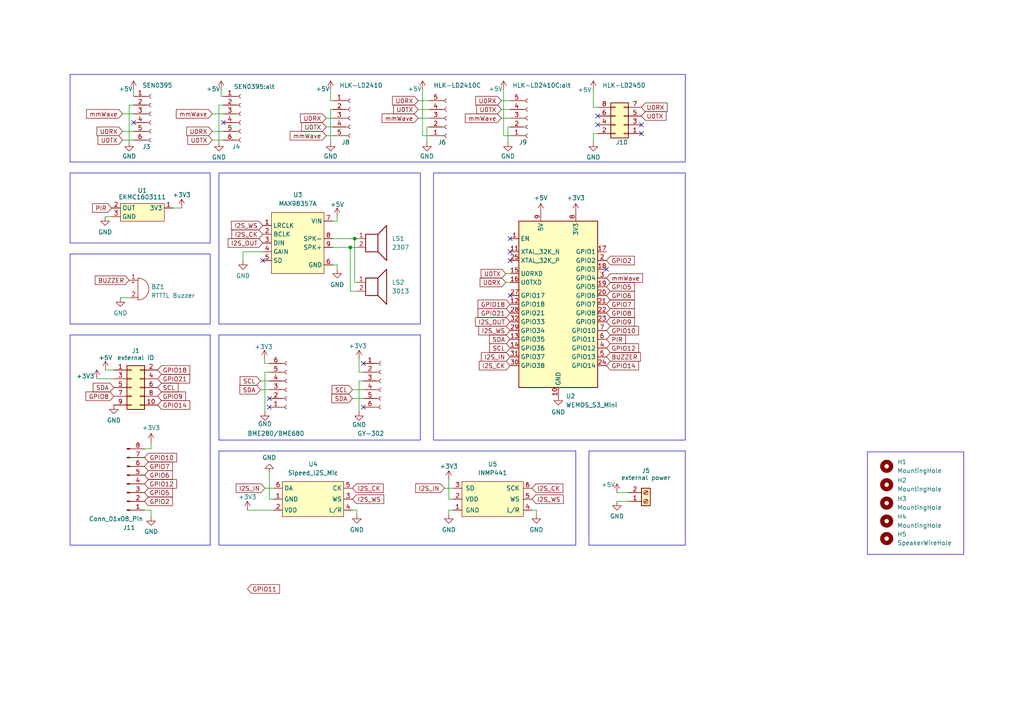
<source format=kicad_sch>
(kicad_sch (version 20230121) (generator eeschema)
  (paper "A4")
  (title_block (title "AIOsense") (date "2024-03-14") (rev "3.0.0-rc1") (company "Schluggi / Mourix") (comment 1 "https://github.com/Schluggi/AIOsense"))
  (lib_symbols
    (symbol "AIOsense:Adafruit_MAX98357A"
      (property "Reference" "U" (at 0 12.065 0))
      (property "Value" "MAX98357A" (at -0.635 10.16 0))
      (symbol "Adafruit_MAX98357A_1_1"
        (rectangle (start -7.62 8.89) (end 7.62 -8.89) (fill (type background)))
        (pin input line (at -10.16 5.08 0) (length 2.54) (name "LRCLK") (number "1"))
        (pin input line (at -10.16 2.54 0) (length 2.54) (name "BCLK") (number "2"))
        (pin input line (at -10.16 0 0) (length 2.54) (name "DIN") (number "3"))
        (pin input line (at -10.16 -2.54 0) (length 2.54) (name "GAIN") (number "4"))
        (pin input line (at -10.16 -5.08 0) (length 2.54) (name "SD") (number "5"))
        (pin power_in line (at 10.16 -6.35 180) (length 2.54) (name "GND") (number "6"))
        (pin power_in line (at 10.16 6.35 180) (length 2.54) (name "VIN") (number "7"))
        (pin output line (at 10.16 1.27 180) (length 2.54) (name "SPK-") (number "8"))
        (pin output line (at 10.16 -1.27 180) (length 2.54) (name "SPK+") (number "9"))
      )
    )
    (symbol "AIOsense:PIR_EKMC1603111"
      (property "Reference" "U" (at 0 5.715 0))
      (property "Value" "EKMC1603111" (at 0 3.81 0))
      (symbol "PIR_EKMC1603111_1_1"
        (rectangle (start -6.35 2.54) (end 6.35 -2.54) (fill (type background)))
        (pin power_in line (at 8.89 1.27 180) (length 2.54) (name "3V3") (number "1"))
        (pin output line (at -8.89 1.27 0) (length 2.54) (name "OUT") (number "2"))
        (pin power_in line (at -8.89 -1.27 0) (length 2.54) (name "GND") (number "3"))
      )
    )
    (symbol "AIOsense:Sipeed_I2S_Mic_alt"
      (property "Reference" "U" (at 0 8.255 0))
      (property "Value" "Sipeed_I2S_Mic_alt" (at 0 6.35 0))
      (symbol "Sipeed_I2S_Mic_alt_1_1"
        (rectangle (start -8.89 5.08) (end 8.89 -5.08) (fill (type background)))
        (pin power_in line (at -11.43 0 0) (length 2.54) (name "GND") (number "1"))
        (pin power_in line (at -11.43 -3.175 0) (length 2.54) (name "VDD") (number "2"))
        (pin input line (at 11.43 0 180) (length 2.54) (name "WS") (number "3"))
        (pin input line (at 11.43 -3.175 180) (length 2.54) (name "L/R") (number "4"))
        (pin input line (at 11.43 3.175 180) (length 2.54) (name "CK") (number "5"))
        (pin output line (at -11.43 3.175 0) (length 2.54) (name "DA") (number "6"))
      )
    )
    (symbol "AIOsense:WEMOS_S3_Mini"
      (property "Reference" "U" (at 2.54 -30.48 0))
      (property "Value" "WEMOS_S3_Mini" (at 2.54 -33.02 0))
      (symbol "WEMOS_S3_Mini_1_1"
        (rectangle (start -11.43 20.32) (end 11.43 -27.94) (stroke (width 0.254)) (fill (type background)))
        (pin input line (at -13.97 15.24 0) (length 2.54) (name "EN") (number "1"))
        (pin power_in line (at 0 -30.48 90) (length 2.54) (name "GND") (number "10"))
        (pin input line (at -13.97 11.43 0) (length 2.54) (name "XTAL_32K_N") (number "11"))
        (pin bidirectional line (at -13.97 -3.81 0) (length 2.54) (name "GPIO18") (number "12"))
        (pin bidirectional line (at -13.97 -13.97 0) (length 2.54) (name "GPIO35") (number "13"))
        (pin bidirectional line (at -13.97 -16.51 0) (length 2.54) (name "GPIO36") (number "14"))
        (pin input line (at -13.97 5.08 0) (length 2.54) (name "U0RXD") (number "15"))
        (pin output line (at -13.97 2.54 0) (length 2.54) (name "U0TXD") (number "16"))
        (pin bidirectional line (at 13.97 11.43 180) (length 2.54) (name "GPIO1") (number "17"))
        (pin bidirectional line (at 13.97 6.35 180) (length 2.54) (name "GPIO3") (number "18"))
        (pin bidirectional line (at 13.97 1.27 180) (length 2.54) (name "GPIO5") (number "19"))
        (pin bidirectional line (at 13.97 8.89 180) (length 2.54) (name "GPIO2") (number "2"))
        (pin bidirectional line (at 13.97 -1.27 180) (length 2.54) (name "GPIO6") (number "20"))
        (pin bidirectional line (at 13.97 -3.81 180) (length 2.54) (name "GPIO7") (number "21"))
        (pin bidirectional line (at 13.97 -6.35 180) (length 2.54) (name "GPIO8") (number "22"))
        (pin bidirectional line (at 13.97 -8.89 180) (length 2.54) (name "GPIO9") (number "23"))
        (pin bidirectional line (at 13.97 -21.59 180) (length 2.54) (name "GPIO14") (number "24"))
        (pin output line (at -13.97 8.89 0) (length 2.54) (name "XTAL_32K_P") (number "25"))
        (pin passive line (at 0 -30.48 90) (length 2.54) hide (name "GND") (number "26"))
        (pin bidirectional line (at -13.97 -1.27 0) (length 2.54) (name "GPIO17") (number "27"))
        (pin bidirectional line (at -13.97 -6.35 0) (length 2.54) (name "GPIO21") (number "28"))
        (pin bidirectional line (at -13.97 -11.43 0) (length 2.54) (name "GPIO34") (number "29"))
        (pin bidirectional line (at 13.97 3.81 180) (length 2.54) (name "GPIO4") (number "3"))
        (pin bidirectional line (at -13.97 -21.59 0) (length 2.54) (name "GPIO38") (number "30"))
        (pin bidirectional line (at -13.97 -19.05 0) (length 2.54) (name "GPIO37") (number "31"))
        (pin bidirectional line (at -13.97 -8.89 0) (length 2.54) (name "GPIO33") (number "32"))
        (pin bidirectional line (at 13.97 -16.51 180) (length 2.54) (name "GPIO12") (number "4"))
        (pin bidirectional line (at 13.97 -19.05 180) (length 2.54) (name "GPIO13") (number "5"))
        (pin bidirectional line (at 13.97 -13.97 180) (length 2.54) (name "GPIO11") (number "6"))
        (pin bidirectional line (at 13.97 -11.43 180) (length 2.54) (name "GPIO10") (number "7"))
        (pin power_out line (at 5.08 22.86 270) (length 2.54) (name "3V3") (number "8"))
        (pin power_out line (at -5.08 22.86 270) (length 2.54) (name "5V") (number "9"))
      )
    )
    (symbol "Connector:Conn_01x05_Female" (pin_names (offset 1.016) hide)
      (property "Reference" "J" (at 0 7.62 0))
      (property "Value" "Conn_01x05_Female" (at 0 -7.62 0))
      (symbol "Conn_01x05_Female_1_1"
        (arc (start 0 -4.572) (mid -0.5058 -5.08) (end 0 -5.588) (stroke (width 0.1524)))
        (arc (start 0 -2.032) (mid -0.5058 -2.54) (end 0 -3.048) (stroke (width 0.1524)))
        (polyline (pts (xy -1.27 -5.08) (xy -0.508 -5.08)) (stroke (width 0.1524)))
        (polyline (pts (xy -1.27 -2.54) (xy -0.508 -2.54)) (stroke (width 0.1524)))
        (polyline (pts (xy -1.27 0) (xy -0.508 0)) (stroke (width 0.1524)))
        (polyline (pts (xy -1.27 2.54) (xy -0.508 2.54)) (stroke (width 0.1524)))
        (polyline (pts (xy -1.27 5.08) (xy -0.508 5.08)) (stroke (width 0.1524)))
        (arc (start 0 0.508) (mid -0.5058 0) (end 0 -0.508) (stroke (width 0.1524)))
        (arc (start 0 3.048) (mid -0.5058 2.54) (end 0 2.032) (stroke (width 0.1524)))
        (arc (start 0 5.588) (mid -0.5058 5.08) (end 0 4.572) (stroke (width 0.1524)))
        (pin passive line (at -5.08 5.08 0) (length 3.81) (name "Pin_1") (number "1"))
        (pin passive line (at -5.08 2.54 0) (length 3.81) (name "Pin_2") (number "2"))
        (pin passive line (at -5.08 0 0) (length 3.81) (name "Pin_3") (number "3"))
        (pin passive line (at -5.08 -2.54 0) (length 3.81) (name "Pin_4") (number "4"))
        (pin passive line (at -5.08 -5.08 0) (length 3.81) (name "Pin_5") (number "5"))
      )
    )
    (symbol "Connector:Conn_01x06_Female" (pin_names (offset 1.016) hide)
      (property "Reference" "J" (at 0 7.62 0))
      (property "Value" "Conn_01x06_Female" (at 0 -10.16 0))
      (symbol "Conn_01x06_Female_1_1"
        (arc (start 0 -7.112) (mid -0.5058 -7.62) (end 0 -8.128) (stroke (width 0.1524)))
        (arc (start 0 -4.572) (mid -0.5058 -5.08) (end 0 -5.588) (stroke (width 0.1524)))
        (arc (start 0 -2.032) (mid -0.5058 -2.54) (end 0 -3.048) (stroke (width 0.1524)))
        (polyline (pts (xy -1.27 -7.62) (xy -0.508 -7.62)) (stroke (width 0.1524)))
        (polyline (pts (xy -1.27 -5.08) (xy -0.508 -5.08)) (stroke (width 0.1524)))
        (polyline (pts (xy -1.27 -2.54) (xy -0.508 -2.54)) (stroke (width 0.1524)))
        (polyline (pts (xy -1.27 0) (xy -0.508 0)) (stroke (width 0.1524)))
        (polyline (pts (xy -1.27 2.54) (xy -0.508 2.54)) (stroke (width 0.1524)))
        (polyline (pts (xy -1.27 5.08) (xy -0.508 5.08)) (stroke (width 0.1524)))
        (arc (start 0 0.508) (mid -0.5058 0) (end 0 -0.508) (stroke (width 0.1524)))
        (arc (start 0 3.048) (mid -0.5058 2.54) (end 0 2.032) (stroke (width 0.1524)))
        (arc (start 0 5.588) (mid -0.5058 5.08) (end 0 4.572) (stroke (width 0.1524)))
        (pin passive line (at -5.08 5.08 0) (length 3.81) (name "Pin_1") (number "1"))
        (pin passive line (at -5.08 2.54 0) (length 3.81) (name "Pin_2") (number "2"))
        (pin passive line (at -5.08 0 0) (length 3.81) (name "Pin_3") (number "3"))
        (pin passive line (at -5.08 -2.54 0) (length 3.81) (name "Pin_4") (number "4"))
        (pin passive line (at -5.08 -5.08 0) (length 3.81) (name "Pin_5") (number "5"))
        (pin passive line (at -5.08 -7.62 0) (length 3.81) (name "Pin_6") (number "6"))
      )
    )
    (symbol "Connector:Conn_01x08_Pin" (pin_names (offset 1.016) hide)
      (property "Reference" "J" (at 0 10.16 0))
      (property "Value" "Conn_01x08_Pin" (at 0 -12.7 0))
      (symbol "Conn_01x08_Pin_1_1"
        (polyline (pts (xy 1.27 -10.16) (xy 0.8636 -10.16)) (stroke (width 0.1524)))
        (polyline (pts (xy 1.27 -7.62) (xy 0.8636 -7.62)) (stroke (width 0.1524)))
        (polyline (pts (xy 1.27 -5.08) (xy 0.8636 -5.08)) (stroke (width 0.1524)))
        (polyline (pts (xy 1.27 -2.54) (xy 0.8636 -2.54)) (stroke (width 0.1524)))
        (polyline (pts (xy 1.27 0) (xy 0.8636 0)) (stroke (width 0.1524)))
        (polyline (pts (xy 1.27 2.54) (xy 0.8636 2.54)) (stroke (width 0.1524)))
        (polyline (pts (xy 1.27 5.08) (xy 0.8636 5.08)) (stroke (width 0.1524)))
        (polyline (pts (xy 1.27 7.62) (xy 0.8636 7.62)) (stroke (width 0.1524)))
        (rectangle (start 0.8636 -10.033) (end 0 -10.287) (stroke (width 0.1524)) (fill (type outline)))
        (rectangle (start 0.8636 -7.493) (end 0 -7.747) (stroke (width 0.1524)) (fill (type outline)))
        (rectangle (start 0.8636 -4.953) (end 0 -5.207) (stroke (width 0.1524)) (fill (type outline)))
        (rectangle (start 0.8636 -2.413) (end 0 -2.667) (stroke (width 0.1524)) (fill (type outline)))
        (rectangle (start 0.8636 0.127) (end 0 -0.127) (stroke (width 0.1524)) (fill (type outline)))
        (rectangle (start 0.8636 2.667) (end 0 2.413) (stroke (width 0.1524)) (fill (type outline)))
        (rectangle (start 0.8636 5.207) (end 0 4.953) (stroke (width 0.1524)) (fill (type outline)))
        (rectangle (start 0.8636 7.747) (end 0 7.493) (stroke (width 0.1524)) (fill (type outline)))
        (pin passive line (at 5.08 7.62 180) (length 3.81) (name "Pin_1") (number "1"))
        (pin passive line (at 5.08 5.08 180) (length 3.81) (name "Pin_2") (number "2"))
        (pin passive line (at 5.08 2.54 180) (length 3.81) (name "Pin_3") (number "3"))
        (pin passive line (at 5.08 0 180) (length 3.81) (name "Pin_4") (number "4"))
        (pin passive line (at 5.08 -2.54 180) (length 3.81) (name "Pin_5") (number "5"))
        (pin passive line (at 5.08 -5.08 180) (length 3.81) (name "Pin_6") (number "6"))
        (pin passive line (at 5.08 -7.62 180) (length 3.81) (name "Pin_7") (number "7"))
        (pin passive line (at 5.08 -10.16 180) (length 3.81) (name "Pin_8") (number "8"))
      )
    )
    (symbol "Connector:Screw_Terminal_01x02" (pin_names (offset 1.016) hide)
      (property "Reference" "J" (at 0 2.54 0))
      (property "Value" "Screw_Terminal_01x02" (at 0 -5.08 0))
      (symbol "Screw_Terminal_01x02_1_1"
        (rectangle (start -1.27 1.27) (end 1.27 -3.81) (stroke (width 0.254)) (fill (type background)))
        (circle (center 0 -2.54) (radius 0.635) (stroke (width 0.1524)))
        (polyline (pts (xy -0.5334 -2.2098) (xy 0.3302 -3.048)) (stroke (width 0.1524)))
        (polyline (pts (xy -0.5334 0.3302) (xy 0.3302 -0.508)) (stroke (width 0.1524)))
        (polyline (pts (xy -0.3556 -2.032) (xy 0.508 -2.8702)) (stroke (width 0.1524)))
        (polyline (pts (xy -0.3556 0.508) (xy 0.508 -0.3302)) (stroke (width 0.1524)))
        (circle (center 0 0) (radius 0.635) (stroke (width 0.1524)))
        (pin passive line (at -5.08 0 0) (length 3.81) (name "Pin_1") (number "1"))
        (pin passive line (at -5.08 -2.54 0) (length 3.81) (name "Pin_2") (number "2"))
      )
    )
    (symbol "Connector_Generic:Conn_02x04_Odd_Even" (pin_names (offset 1.016) hide)
      (property "Reference" "J" (at 1.27 5.08 0))
      (property "Value" "Conn_02x04_Odd_Even" (at 1.27 -7.62 0))
      (symbol "Conn_02x04_Odd_Even_1_1"
        (rectangle (start -1.27 -4.953) (end 0 -5.207) (stroke (width 0.1524)))
        (rectangle (start -1.27 -2.413) (end 0 -2.667) (stroke (width 0.1524)))
        (rectangle (start -1.27 0.127) (end 0 -0.127) (stroke (width 0.1524)))
        (rectangle (start -1.27 2.667) (end 0 2.413) (stroke (width 0.1524)))
        (rectangle (start -1.27 3.81) (end 3.81 -6.35) (stroke (width 0.254)) (fill (type background)))
        (rectangle (start 3.81 -4.953) (end 2.54 -5.207) (stroke (width 0.1524)))
        (rectangle (start 3.81 -2.413) (end 2.54 -2.667) (stroke (width 0.1524)))
        (rectangle (start 3.81 0.127) (end 2.54 -0.127) (stroke (width 0.1524)))
        (rectangle (start 3.81 2.667) (end 2.54 2.413) (stroke (width 0.1524)))
        (pin passive line (at -5.08 2.54 0) (length 3.81) (name "Pin_1") (number "1"))
        (pin passive line (at 7.62 2.54 180) (length 3.81) (name "Pin_2") (number "2"))
        (pin passive line (at -5.08 0 0) (length 3.81) (name "Pin_3") (number "3"))
        (pin passive line (at 7.62 0 180) (length 3.81) (name "Pin_4") (number "4"))
        (pin passive line (at -5.08 -2.54 0) (length 3.81) (name "Pin_5") (number "5"))
        (pin passive line (at 7.62 -2.54 180) (length 3.81) (name "Pin_6") (number "6"))
        (pin passive line (at -5.08 -5.08 0) (length 3.81) (name "Pin_7") (number "7"))
        (pin passive line (at 7.62 -5.08 180) (length 3.81) (name "Pin_8") (number "8"))
      )
    )
    (symbol "Connector_Generic:Conn_02x05_Odd_Even" (pin_names (offset 1.016) hide)
      (property "Reference" "J" (at 1.27 7.62 0))
      (property "Value" "Conn_02x05_Odd_Even" (at 1.27 -7.62 0))
      (symbol "Conn_02x05_Odd_Even_1_1"
        (rectangle (start -1.27 -4.953) (end 0 -5.207) (stroke (width 0.1524)))
        (rectangle (start -1.27 -2.413) (end 0 -2.667) (stroke (width 0.1524)))
        (rectangle (start -1.27 0.127) (end 0 -0.127) (stroke (width 0.1524)))
        (rectangle (start -1.27 2.667) (end 0 2.413) (stroke (width 0.1524)))
        (rectangle (start -1.27 5.207) (end 0 4.953) (stroke (width 0.1524)))
        (rectangle (start -1.27 6.35) (end 3.81 -6.35) (stroke (width 0.254)) (fill (type background)))
        (rectangle (start 3.81 -4.953) (end 2.54 -5.207) (stroke (width 0.1524)))
        (rectangle (start 3.81 -2.413) (end 2.54 -2.667) (stroke (width 0.1524)))
        (rectangle (start 3.81 0.127) (end 2.54 -0.127) (stroke (width 0.1524)))
        (rectangle (start 3.81 2.667) (end 2.54 2.413) (stroke (width 0.1524)))
        (rectangle (start 3.81 5.207) (end 2.54 4.953) (stroke (width 0.1524)))
        (pin passive line (at -5.08 5.08 0) (length 3.81) (name "Pin_1") (number "1"))
        (pin passive line (at 7.62 -5.08 180) (length 3.81) (name "Pin_10") (number "10"))
        (pin passive line (at 7.62 5.08 180) (length 3.81) (name "Pin_2") (number "2"))
        (pin passive line (at -5.08 2.54 0) (length 3.81) (name "Pin_3") (number "3"))
        (pin passive line (at 7.62 2.54 180) (length 3.81) (name "Pin_4") (number "4"))
        (pin passive line (at -5.08 0 0) (length 3.81) (name "Pin_5") (number "5"))
        (pin passive line (at 7.62 0 180) (length 3.81) (name "Pin_6") (number "6"))
        (pin passive line (at -5.08 -2.54 0) (length 3.81) (name "Pin_7") (number "7"))
        (pin passive line (at 7.62 -2.54 180) (length 3.81) (name "Pin_8") (number "8"))
        (pin passive line (at -5.08 -5.08 0) (length 3.81) (name "Pin_9") (number "9"))
      )
    )
    (symbol "Device:Buzzer" (pin_names (offset 0.0254) hide)
      (property "Reference" "BZ" (at 3.81 1.27 0))
      (property "Value" "Buzzer" (at 3.81 -1.27 0))
      (symbol "Buzzer_0_1"
        (arc (start 0 -3.175) (mid 3.1612 0) (end 0 3.175))
        (polyline (pts (xy -1.651 1.905) (xy -1.143 1.905)))
        (polyline (pts (xy -1.397 2.159) (xy -1.397 1.651)))
        (polyline (pts (xy 0 3.175) (xy 0 -3.175)))
      )
      (symbol "Buzzer_1_1"
        (pin passive line (at -2.54 2.54 0) (length 2.54) (name "-") (number "1"))
        (pin passive line (at -2.54 -2.54 0) (length 2.54) (name "+") (number "2"))
      )
    )
    (symbol "Device:Speaker" (pin_names (offset 0) hide)
      (property "Reference" "LS" (at 1.27 5.715 0))
      (property "Value" "Speaker" (at 1.27 3.81 0))
      (symbol "Speaker_0_0"
        (rectangle (start -2.54 1.27) (end 1.016 -3.81) (stroke (width 0.254)))
        (polyline (pts (xy 1.016 1.27) (xy 3.556 3.81) (xy 3.556 -6.35) (xy 1.016 -3.81)) (stroke (width 0.254)))
      )
      (symbol "Speaker_1_1"
        (pin input line (at -5.08 0 0) (length 2.54) (name "1") (number "1"))
        (pin input line (at -5.08 -2.54 0) (length 2.54) (name "2") (number "2"))
      )
    )
    (symbol "Mechanical:MountingHole" (pin_names (offset 1.016))
      (property "Reference" "H" (at 0 5.08 0))
      (property "Value" "MountingHole" (at 0 3.175 0))
      (symbol "MountingHole_0_1"
        (circle (center 0 0) (radius 1.27) (stroke (width 1.27)))
      )
    )
    (symbol "inmp441:INMP441" (pin_names (offset 1.016))
      (property "Reference" "U5" (at 0 -8.89 0))
      (property "Value" "INMP441" (at 0 -6.35 0))
      (symbol "INMP441_1_1"
        (rectangle (start -8.89 6.35) (end 8.89 -3.81) (fill (type background)))
        (pin power_out line (at 11.43 4.445 180) (length 2.54) (name "GND") (number "1"))
        (pin power_out line (at 11.43 1.27 180) (length 2.54) (name "VDD") (number "2"))
        (pin bidirectional line (at 11.43 -1.905 180) (length 2.54) (name "SD") (number "3"))
        (pin bidirectional line (at -11.43 4.445 0) (length 2.54) (name "L/R") (number "4"))
        (pin bidirectional line (at -11.43 1.27 0) (length 2.54) (name "WS") (number "5"))
        (pin bidirectional line (at -11.43 -1.905 0) (length 2.54) (name "SCK") (number "6"))
      )
    )
    (symbol "power:+3V3" (power) (pin_names (offset 0))
      (property "Value" "+3V3" (at 0 3.556 0))
      (symbol "+3V3_0_1"
        (polyline (pts (xy -0.762 1.27) (xy 0 2.54)))
        (polyline (pts (xy 0 0) (xy 0 2.54)))
        (polyline (pts (xy 0 2.54) (xy 0.762 1.27)))
      )
      (symbol "+3V3_1_1"
        (pin power_in line (at 0 0 90) (length 0) hide (name "+3V3") (number "1"))
      )
    )
    (symbol "power:+5V" (power) (pin_names (offset 0))
      (property "Value" "+5V" (at 0 3.556 0))
      (symbol "+5V_0_1"
        (polyline (pts (xy -0.762 1.27) (xy 0 2.54)))
        (polyline (pts (xy 0 0) (xy 0 2.54)))
        (polyline (pts (xy 0 2.54) (xy 0.762 1.27)))
      )
      (symbol "+5V_1_1"
        (pin power_in line (at 0 0 90) (length 0) hide (name "+5V") (number "1"))
      )
    )
    (symbol "power:GND" (power) (pin_names (offset 0))
      (property "Value" "GND" (at 0 -3.81 0))
      (symbol "GND_0_1"
        (polyline (pts (xy 0 0) (xy 0 -1.27) (xy 1.27 -1.27) (xy 0 -2.54) (xy -1.27 -1.27) (xy 0 -1.27)))
      )
      (symbol "GND_1_1"
        (pin power_in line (at 0 0 270) (length 0) hide (name "GND") (number "1"))
      )
    )
  )
  (junction (at 102.87 69.215))
  (junction (at 101.6 71.755))
  (no_connect (at 105.41 118.11))
  (no_connect (at 64.77 35.56))
  (no_connect (at 38.735 35.56))
  (no_connect (at 105.41 105.41))
  (no_connect (at 175.895 78.105))
  (no_connect (at 78.105 115.57))
  (no_connect (at 78.105 118.11))
  (no_connect (at 147.955 69.215))
  (no_connect (at 147.955 85.725))
  (no_connect (at 147.955 73.025))
  (no_connect (at 173.355 33.655))
  (no_connect (at 186.055 36.195))
  (no_connect (at 173.355 36.195))
  (no_connect (at 147.955 75.565))
  (no_connect (at 186.055 38.735))
  (no_connect (at 76.2 75.565))
  (wire (pts (xy 64.135 27.94) (xy 64.135 26.035)))
  (wire (pts (xy 102.235 113.03) (xy 105.41 113.03)))
  (polyline (pts (xy 63.5 127.635) (xy 121.92 127.635)))
  (wire (pts (xy 104.14 119.38) (xy 104.14 110.49)))
  (wire (pts (xy 76.835 141.605) (xy 79.375 141.605)))
  (wire (pts (xy 95.885 31.75) (xy 95.885 41.275)))
  (polyline (pts (xy 63.5 97.155) (xy 121.92 97.155)))
  (wire (pts (xy 130.175 139.065) (xy 130.175 144.78)))
  (wire (pts (xy 35.56 38.1) (xy 38.735 38.1)))
  (wire (pts (xy 146.05 26.035) (xy 146.05 39.37)))
  (wire (pts (xy 35.56 33.02) (xy 38.735 33.02)))
  (wire (pts (xy 43.815 130.175) (xy 41.91 130.175)))
  (wire (pts (xy 178.943 142.875) (xy 182.245 142.875)))
  (wire (pts (xy 128.905 141.605) (xy 131.445 141.605)))
  (wire (pts (xy 95.885 26.035) (xy 95.885 29.21)))
  (polyline (pts (xy 60.96 158.115) (xy 60.96 97.155)))
  (wire (pts (xy 96.52 71.755) (xy 101.6 71.755)))
  (polyline (pts (xy 63.5 130.81) (xy 63.5 158.115)))
  (polyline (pts (xy 170.815 158.115) (xy 198.755 158.115)))
  (polyline (pts (xy 20.32 158.115) (xy 60.96 158.115)))
  (wire (pts (xy 63.5 41.275) (xy 63.5 30.48)))
  (wire (pts (xy 123.825 36.83) (xy 123.825 41.275)))
  (wire (pts (xy 50.165 60.325) (xy 52.705 60.325)))
  (wire (pts (xy 96.52 64.135) (xy 97.79 64.135)))
  (wire (pts (xy 146.685 79.375) (xy 147.955 79.375)))
  (wire (pts (xy 147.32 41.275) (xy 147.32 36.83)))
  (polyline (pts (xy 170.815 130.81) (xy 170.815 158.115)))
  (wire (pts (xy 30.48 62.865) (xy 32.385 62.865)))
  (wire (pts (xy 101.6 71.755) (xy 103.505 71.755)))
  (polyline (pts (xy 167.005 130.81) (xy 63.5 130.81)))
  (polyline (pts (xy 63.5 97.155) (xy 63.5 127.635)))
  (wire (pts (xy 130.175 147.955) (xy 130.175 149.225)))
  (wire (pts (xy 61.595 38.1) (xy 64.77 38.1)))
  (wire (pts (xy 122.555 39.37) (xy 124.46 39.37)))
  (wire (pts (xy 70.485 75.565) (xy 70.485 73.025)))
  (wire (pts (xy 146.05 39.37) (xy 147.955 39.37)))
  (polyline (pts (xy 20.32 97.155) (xy 60.96 97.155)))
  (wire (pts (xy 63.5 30.48) (xy 64.77 30.48)))
  (wire (pts (xy 78.105 107.95) (xy 76.835 107.95)))
  (polyline (pts (xy 279.527 160.782) (xy 279.527 131.064)))
  (wire (pts (xy 95.885 29.21) (xy 96.52 29.21)))
  (polyline (pts (xy 251.587 131.064) (xy 279.527 131.064)))
  (wire (pts (xy 94.615 36.83) (xy 96.52 36.83)))
  (wire (pts (xy 172.085 38.735) (xy 172.085 41.275)))
  (wire (pts (xy 102.235 115.57) (xy 105.41 115.57)))
  (wire (pts (xy 145.415 29.21) (xy 147.955 29.21)))
  (wire (pts (xy 155.575 149.225) (xy 155.575 147.955)))
  (wire (pts (xy 61.595 33.02) (xy 64.77 33.02)))
  (wire (pts (xy 35.56 40.64) (xy 38.735 40.64)))
  (wire (pts (xy 121.285 34.29) (xy 124.46 34.29)))
  (wire (pts (xy 121.285 31.75) (xy 124.46 31.75)))
  (wire (pts (xy 38.735 26.035) (xy 38.735 27.94)))
  (wire (pts (xy 64.77 27.94) (xy 64.135 27.94)))
  (wire (pts (xy 101.6 71.755) (xy 101.6 84.455)))
  (wire (pts (xy 122.555 26.035) (xy 122.555 39.37)))
  (wire (pts (xy 147.32 36.83) (xy 147.955 36.83)))
  (wire (pts (xy 43.815 147.955) (xy 41.91 147.955)))
  (wire (pts (xy 103.505 147.955) (xy 102.235 147.955)))
  (wire (pts (xy 172.085 31.115) (xy 173.355 31.115)))
  (wire (pts (xy 145.415 31.75) (xy 147.955 31.75)))
  (wire (pts (xy 121.285 29.21) (xy 124.46 29.21)))
  (wire (pts (xy 37.465 30.48) (xy 37.465 41.275)))
  (polyline (pts (xy 251.587 131.064) (xy 251.587 160.782)))
  (wire (pts (xy 75.565 113.03) (xy 78.105 113.03)))
  (polyline (pts (xy 170.815 130.81) (xy 198.755 130.81)))
  (wire (pts (xy 75.565 110.49) (xy 78.105 110.49)))
  (wire (pts (xy 178.943 145.415) (xy 182.245 145.415)))
  (wire (pts (xy 76.708 104.14) (xy 76.708 105.41)))
  (wire (pts (xy 97.79 62.865) (xy 97.79 64.135)))
  (polyline (pts (xy 167.005 158.115) (xy 167.005 130.81)))
  (wire (pts (xy 102.87 69.215) (xy 103.505 69.215)))
  (wire (pts (xy 146.685 81.915) (xy 147.955 81.915)))
  (wire (pts (xy 95.885 31.75) (xy 96.52 31.75)))
  (polyline (pts (xy 20.32 97.155) (xy 20.32 158.115)))
  (polyline (pts (xy 251.587 160.782) (xy 279.527 160.782)))
  (wire (pts (xy 34.925 86.36) (xy 37.465 86.36)))
  (wire (pts (xy 123.825 36.83) (xy 124.46 36.83)))
  (wire (pts (xy 94.615 34.29) (xy 96.52 34.29)))
  (wire (pts (xy 104.14 107.95) (xy 105.41 107.95)))
  (wire (pts (xy 96.52 76.835) (xy 97.79 76.835)))
  (wire (pts (xy 76.708 105.41) (xy 78.105 105.41)))
  (wire (pts (xy 43.815 128.27) (xy 43.815 130.175)))
  (polyline (pts (xy 198.755 158.115) (xy 198.755 130.81)))
  (polyline (pts (xy 63.5 158.115) (xy 167.005 158.115)))
  (polyline (pts (xy 121.92 127.635) (xy 121.92 97.155)))
  (wire (pts (xy 37.465 30.48) (xy 38.735 30.48)))
  (wire (pts (xy 78.105 144.78) (xy 79.375 144.78)))
  (wire (pts (xy 130.175 144.78) (xy 131.445 144.78)))
  (wire (pts (xy 172.085 26.035) (xy 172.085 31.115)))
  (wire (pts (xy 30.607 107.315) (xy 33.02 107.315)))
  (wire (pts (xy 97.79 76.835) (xy 97.79 78.105)))
  (wire (pts (xy 145.415 34.29) (xy 147.955 34.29)))
  (wire (pts (xy 103.505 81.915) (xy 102.87 81.915)))
  (wire (pts (xy 78.105 137.16) (xy 78.105 144.78)))
  (wire (pts (xy 76.835 107.95) (xy 76.835 119.38)))
  (wire (pts (xy 104.14 110.49) (xy 105.41 110.49)))
  (wire (pts (xy 172.085 38.735) (xy 173.355 38.735)))
  (wire (pts (xy 131.445 147.955) (xy 130.175 147.955)))
  (wire (pts (xy 94.615 39.37) (xy 96.52 39.37)))
  (wire (pts (xy 71.755 147.955) (xy 79.375 147.955)))
  (wire (pts (xy 28.067 109.855) (xy 33.02 109.855)))
  (wire (pts (xy 103.505 84.455) (xy 101.6 84.455)))
  (wire (pts (xy 70.485 73.025) (xy 76.2 73.025)))
  (wire (pts (xy 104.14 104.14) (xy 104.14 107.95)))
  (wire (pts (xy 155.575 147.955) (xy 154.305 147.955)))
  (wire (pts (xy 96.52 69.215) (xy 102.87 69.215)))
  (wire (pts (xy 43.815 149.86) (xy 43.815 147.955)))
  (wire (pts (xy 103.505 149.225) (xy 103.505 147.955)))
  (wire (pts (xy 61.595 40.64) (xy 64.77 40.64)))
  (wire (pts (xy 102.87 69.215) (xy 102.87 81.915)))
  (rectangle (start 125.73 50.165) (end 198.755 127.635))
  (rectangle (start 63.5 50.165) (end 121.92 93.98))
  (rectangle (start 20.32 50.165) (end 60.96 70.485))
  (rectangle (start 20.32 21.59) (end 198.755 46.99))
  (rectangle (start 20.32 73.66) (end 60.96 93.98))
  (global_label "U0TX" (shape input) (at 61.595 40.64 180) (property "Intersheetrefs" "${INTERSHEET_REFS}" (effects hide)))
  (global_label "SDA" (shape input) (at 33.02 112.395 180) (property "Intersheetrefs" "${INTERSHEET_REFS}" (effects hide)))
  (global_label "I2S_WS" (shape input) (at 102.235 144.78 0) (property "Intersheetrefs" "${INTERSHEET_REFS}" (effects hide)))
  (global_label "GPIO5" (shape input) (at 41.91 142.875 0) (property "Intersheetrefs" "${INTERSHEET_REFS}" (effects hide)))
  (global_label "GPIO6" (shape input) (at 175.895 85.725 0) (property "Intersheetrefs" "${INTERSHEET_REFS}" (effects hide)))
  (global_label "I2S_IN" (shape input) (at 147.955 103.505 180) (property "Intersheetrefs" "${INTERSHEET_REFS}" (effects hide)))
  (global_label "mmWave" (shape input) (at 175.895 80.645 0) (property "Intersheetrefs" "${INTERSHEET_REFS}" (effects hide)))
  (global_label "U0RX" (shape input) (at 145.415 29.21 180) (property "Intersheetrefs" "${INTERSHEET_REFS}" (effects hide)))
  (global_label "mmWave" (shape input) (at 121.285 34.29 180) (property "Intersheetrefs" "${INTERSHEET_REFS}" (effects hide)))
  (global_label "I2S_WS" (shape input) (at 147.955 95.885 180) (property "Intersheetrefs" "${INTERSHEET_REFS}" (effects hide)))
  (global_label "SCL" (shape input) (at 102.235 113.03 180) (property "Intersheetrefs" "${INTERSHEET_REFS}" (effects hide)))
  (global_label "SDA" (shape input) (at 147.955 98.425 180) (property "Intersheetrefs" "${INTERSHEET_REFS}" (effects hide)))
  (global_label "I2S_WS" (shape input) (at 76.2 65.405 180) (property "Intersheetrefs" "${INTERSHEET_REFS}" (effects hide)))
  (global_label "I2S_WS" (shape input) (at 154.305 144.78 0) (property "Intersheetrefs" "${INTERSHEET_REFS}" (effects hide)))
  (global_label "SCL" (shape input) (at 45.72 112.395 0) (property "Intersheetrefs" "${INTERSHEET_REFS}" (effects hide)))
  (global_label "I2S_CK" (shape input) (at 154.305 141.605 0) (property "Intersheetrefs" "${INTERSHEET_REFS}" (effects hide)))
  (global_label "U0RX" (shape input) (at 186.055 31.115 0) (property "Intersheetrefs" "${INTERSHEET_REFS}" (effects hide)))
  (global_label "BUZZER" (shape input) (at 175.895 103.505 0) (property "Intersheetrefs" "${INTERSHEET_REFS}" (effects hide)))
  (global_label "mmWave" (shape input) (at 61.595 33.02 180) (property "Intersheetrefs" "${INTERSHEET_REFS}" (effects hide)))
  (global_label "SCL" (shape input) (at 75.565 110.49 180) (property "Intersheetrefs" "${INTERSHEET_REFS}" (effects hide)))
  (global_label "U0TX" (shape input) (at 186.055 33.655 0) (property "Intersheetrefs" "${INTERSHEET_REFS}" (effects hide)))
  (global_label "I2S_OUT" (shape input) (at 147.955 93.345 180) (property "Intersheetrefs" "${INTERSHEET_REFS}" (effects hide)))
  (global_label "GPIO21" (shape input) (at 147.955 90.805 180) (property "Intersheetrefs" "${INTERSHEET_REFS}" (effects hide)))
  (global_label "I2S_IN" (shape input) (at 128.905 141.605 180) (property "Intersheetrefs" "${INTERSHEET_REFS}" (effects hide)))
  (global_label "U0RX" (shape input) (at 146.685 81.915 180) (property "Intersheetrefs" "${INTERSHEET_REFS}" (effects hide)))
  (global_label "GPIO9" (shape input) (at 175.895 93.345 0) (property "Intersheetrefs" "${INTERSHEET_REFS}" (effects hide)))
  (global_label "GPIO8" (shape input) (at 175.895 90.805 0) (property "Intersheetrefs" "${INTERSHEET_REFS}" (effects hide)))
  (global_label "I2S_IN" (shape input) (at 76.835 141.605 180) (property "Intersheetrefs" "${INTERSHEET_REFS}" (effects hide)))
  (global_label "I2S_OUT" (shape input) (at 76.2 70.485 180) (property "Intersheetrefs" "${INTERSHEET_REFS}" (effects hide)))
  (global_label "U0TX" (shape input) (at 35.56 40.64 180) (property "Intersheetrefs" "${INTERSHEET_REFS}" (effects hide)))
  (global_label "GPIO5" (shape input) (at 175.895 83.185 0) (property "Intersheetrefs" "${INTERSHEET_REFS}" (effects hide)))
  (global_label "U0RX" (shape input) (at 94.615 34.29 180) (property "Intersheetrefs" "${INTERSHEET_REFS}" (effects hide)))
  (global_label "U0TX" (shape input) (at 146.685 79.375 180) (property "Intersheetrefs" "${INTERSHEET_REFS}" (effects hide)))
  (global_label "GPIO10" (shape input) (at 41.91 132.715 0) (property "Intersheetrefs" "${INTERSHEET_REFS}" (effects hide)))
  (global_label "GPIO7" (shape input) (at 175.895 88.265 0) (property "Intersheetrefs" "${INTERSHEET_REFS}" (effects hide)))
  (global_label "GPIO2" (shape input) (at 175.895 75.565 0) (property "Intersheetrefs" "${INTERSHEET_REFS}" (effects hide)))
  (global_label "U0TX" (shape input) (at 94.615 36.83 180) (property "Intersheetrefs" "${INTERSHEET_REFS}" (effects hide)))
  (global_label "SCL" (shape input) (at 147.955 100.965 180) (property "Intersheetrefs" "${INTERSHEET_REFS}" (effects hide)))
  (global_label "GPIO18" (shape input) (at 45.72 107.315 0) (property "Intersheetrefs" "${INTERSHEET_REFS}" (effects hide)))
  (global_label "GPIO11" (shape input) (at 71.755 170.815 0) (property "Intersheetrefs" "${INTERSHEET_REFS}" (effects hide)))
  (global_label "PIR" (shape input) (at 32.385 60.325 180) (property "Intersheetrefs" "${INTERSHEET_REFS}" (effects hide)))
  (global_label "GPIO9" (shape input) (at 45.72 114.935 0) (property "Intersheetrefs" "${INTERSHEET_REFS}" (effects hide)))
  (global_label "GPIO12" (shape input) (at 175.895 100.965 0) (property "Intersheetrefs" "${INTERSHEET_REFS}" (effects hide)))
  (global_label "U0RX" (shape input) (at 35.56 38.1 180) (property "Intersheetrefs" "${INTERSHEET_REFS}" (effects hide)))
  (global_label "GPIO2" (shape input) (at 41.91 145.415 0) (property "Intersheetrefs" "${INTERSHEET_REFS}" (effects hide)))
  (global_label "GPIO18" (shape input) (at 147.955 88.265 180) (property "Intersheetrefs" "${INTERSHEET_REFS}" (effects hide)))
  (global_label "I2S_CK" (shape input) (at 102.235 141.605 0) (property "Intersheetrefs" "${INTERSHEET_REFS}" (effects hide)))
  (global_label "BUZZER" (shape input) (at 37.465 81.28 180) (property "Intersheetrefs" "${INTERSHEET_REFS}" (effects hide)))
  (global_label "I2S_CK" (shape input) (at 147.955 106.045 180) (property "Intersheetrefs" "${INTERSHEET_REFS}" (effects hide)))
  (global_label "GPIO14" (shape input) (at 175.895 106.045 0) (property "Intersheetrefs" "${INTERSHEET_REFS}" (effects hide)))
  (global_label "PIR" (shape input) (at 175.895 98.425 0) (property "Intersheetrefs" "${INTERSHEET_REFS}" (effects hide)))
  (global_label "mmWave" (shape input) (at 35.56 33.02 180) (property "Intersheetrefs" "${INTERSHEET_REFS}" (effects hide)))
  (global_label "GPIO6" (shape input) (at 41.91 137.795 0) (property "Intersheetrefs" "${INTERSHEET_REFS}" (effects hide)))
  (global_label "GPIO7" (shape input) (at 41.91 135.255 0) (property "Intersheetrefs" "${INTERSHEET_REFS}" (effects hide)))
  (global_label "mmWave" (shape input) (at 145.415 34.29 180) (property "Intersheetrefs" "${INTERSHEET_REFS}" (effects hide)))
  (global_label "GPIO8" (shape input) (at 33.02 114.935 180) (property "Intersheetrefs" "${INTERSHEET_REFS}" (effects hide)))
  (global_label "SDA" (shape input) (at 102.235 115.57 180) (property "Intersheetrefs" "${INTERSHEET_REFS}" (effects hide)))
  (global_label "GPIO21" (shape input) (at 45.72 109.855 0) (property "Intersheetrefs" "${INTERSHEET_REFS}" (effects hide)))
  (global_label "mmWave" (shape input) (at 94.615 39.37 180) (property "Intersheetrefs" "${INTERSHEET_REFS}" (effects hide)))
  (global_label "U0RX" (shape input) (at 121.285 29.21 180) (property "Intersheetrefs" "${INTERSHEET_REFS}" (effects hide)))
  (global_label "U0TX" (shape input) (at 145.415 31.75 180) (property "Intersheetrefs" "${INTERSHEET_REFS}" (effects hide)))
  (global_label "I2S_CK" (shape input) (at 76.2 67.945 180) (property "Intersheetrefs" "${INTERSHEET_REFS}" (effects hide)))
  (global_label "GPIO12" (shape input) (at 41.91 140.335 0) (property "Intersheetrefs" "${INTERSHEET_REFS}" (effects hide)))
  (global_label "GPIO10" (shape input) (at 175.895 95.885 0) (property "Intersheetrefs" "${INTERSHEET_REFS}" (effects hide)))
  (global_label "U0RX" (shape input) (at 61.595 38.1 180) (property "Intersheetrefs" "${INTERSHEET_REFS}" (effects hide)))
  (global_label "SDA" (shape input) (at 75.565 113.03 180) (property "Intersheetrefs" "${INTERSHEET_REFS}" (effects hide)))
  (global_label "GPIO14" (shape input) (at 45.72 117.475 0) (property "Intersheetrefs" "${INTERSHEET_REFS}" (effects hide)))
  (global_label "U0TX" (shape input) (at 121.285 31.75 180) (property "Intersheetrefs" "${INTERSHEET_REFS}" (effects hide)))
  (symbol (lib_id "power:+5V") (at 156.845 61.595 0) (unit 1)
    (property "Reference" "#PWR03" (effects hide))
    (property "Value" "+5V" (at 156.845 57.404 0))
  )
  (symbol (lib_id "power:GND") (at 30.48 62.865 0) (unit 1)
    (property "Reference" "#PWR05" (effects hide))
    (property "Value" "GND" (at 30.48 67.31 0))
  )
  (symbol (lib_id "inmp441:INMP441") (at 142.875 143.51 180) (unit 1)
    (property "Reference" "U5" (at 142.875 134.62 0))
    (property "Value" "INMP441" (at 142.875 137.16 0))
    (property "Footprint" "myStuff:INMP441" (effects hide))
    (property "Digikey Part #" "obsolete" (effects hide))
    (property "Farnell Part #" "obsolete" (effects hide))
    (property "Manufacturer_Name" "TDK InvenSense" (effects hide))
    (property "Manufacturer_Part_Number" "INMP441ACEZ-R7" (effects hide))
    (property "Mouser Part #" "obsolete" (effects hide))
    (property "Remark" "not produced anymore" (effects hide))
  )
  (symbol (lib_id "Device:Speaker") (at 108.585 69.215 0) (unit 1)
    (property "Reference" "LS1" (at 113.665 69.215 0) (effects (justify left)))
    (property "Value" "2307" (at 113.665 71.755 0) (effects (justify left)))
    (property "Footprint" "AIOsense:Speaker_2307" (effects hide))
  )
  (symbol (lib_id "Connector:Conn_01x05_Female") (at 129.54 34.29 0) (mirror x) (unit 1)
    (property "Reference" "J6" (at 127 41.275 0) (effects (justify left)))
    (property "Value" "HLK-LD2410C" (at 125.73 24.765 0) (effects (justify left)))
    (property "Footprint" "Connector_PinSocket_2.54mm:PinSocket_1x05_P2.54mm_Vertical" (effects hide))
    (property "Aliexpress Part #" "https://de.aliexpress.com/item/1005004370112289.html?gatewayAdapt=glo2deu" (effects hide))
    (property "Digikey Part #" "/" (effects hide))
    (property "Farnell Part #" "/" (effects hide))
    (property "Manufacturer_Name" "HiLink" (effects hide))
    (property "Manufacturer_Part_Number" "LD2410 " (effects hide))
    (property "Mouser Part #" "/" (effects hide))
    (property "Mouser Price/Stock" "https://www.hlktech.net/index.php?id=988" (effects hide))
  )
  (symbol (lib_id "power:GND") (at 103.505 149.225 0) (unit 1)
    (property "Reference" "#PWR015" (effects hide))
    (property "Value" "GND" (at 103.505 153.67 0))
  )
  (symbol (lib_id "Connector:Conn_01x05_Female") (at 153.035 34.29 0) (mirror x) (unit 1)
    (property "Reference" "J9" (at 150.495 41.275 0) (effects (justify left)))
    (property "Value" "HLK-LD2410C:alt" (at 148.59 24.765 0) (effects (justify left)))
    (property "Footprint" "Connector_PinSocket_2.54mm:PinSocket_1x05_P2.54mm_Vertical" (effects hide))
    (property "Aliexpress Part #" "https://de.aliexpress.com/item/1005004370112289.html?gatewayAdapt=glo2deu" (effects hide))
    (property "Digikey Part #" "/" (effects hide))
    (property "Farnell Part #" "/" (effects hide))
    (property "Manufacturer_Name" "HiLink" (effects hide))
    (property "Manufacturer_Part_Number" "LD2410 " (effects hide))
    (property "Mouser Part #" "/" (effects hide))
    (property "Mouser Price/Stock" "https://www.hlktech.net/index.php?id=988" (effects hide))
  )
  (symbol (lib_id "power:GND") (at 123.825 41.275 0) (unit 1)
    (property "Reference" "#PWR06" (effects hide))
    (property "Value" "GND" (at 123.825 45.339 0))
  )
  (symbol (lib_id "power:+3V3") (at 28.067 109.855 0) (unit 1)
    (property "Reference" "#PWR020" (effects hide))
    (property "Value" "+3V3" (at 24.765 109.093 0))
  )
  (symbol (lib_id "power:GND") (at 76.835 119.38 0) (unit 1)
    (property "Reference" "#PWR027" (effects hide))
    (property "Value" "GND" (at 76.835 122.936 0))
  )
  (symbol (lib_id "power:GND") (at 33.02 117.475 0) (unit 1)
    (property "Reference" "#PWR019" (effects hide))
    (property "Value" "GND" (at 33.02 121.92 0))
  )
  (symbol (lib_id "power:GND") (at 37.465 41.275 0) (unit 1)
    (property "Reference" "#PWR09" (effects hide))
    (property "Value" "GND" (at 37.465 45.339 0))
  )
  (symbol (lib_id "power:+5V") (at 95.885 26.035 0) (unit 1)
    (property "Reference" "#PWR030" (effects hide))
    (property "Value" "+5V" (at 93.599 25.781 0))
  )
  (symbol (lib_id "power:GND") (at 130.175 149.225 0) (unit 1)
    (property "Reference" "#PWR025" (effects hide))
    (property "Value" "GND" (at 130.175 153.67 0))
  )
  (symbol (lib_id "Connector_Generic:Conn_02x05_Odd_Even") (at 38.1 112.395 0) (unit 1)
    (property "Reference" "J1" (at 39.37 101.727 0))
    (property "Value" "external IO" (at 39.37 103.759 0))
    (property "Footprint" "Connector_PinHeader_2.54mm:PinHeader_2x05_P2.54mm_Vertical" (effects hide))
  )
  (symbol (lib_id "power:GND") (at 95.885 41.275 0) (unit 1)
    (property "Reference" "#PWR029" (effects hide))
    (property "Value" "GND" (at 95.885 45.339 0))
  )
  (symbol (lib_id "Connector:Screw_Terminal_01x02") (at 187.325 145.415 0) (mirror x) (unit 1)
    (property "Reference" "J5" (at 187.325 136.525 0))
    (property "Value" "external power" (at 187.325 138.557 0))
    (property "Footprint" "TerminalBlock_TE-Connectivity:TerminalBlock_TE_282834-2_1x02_P2.54mm_Horizontal" (effects hide))
    (property "Digikey Part #" "732-691210910002-ND" (effects hide))
    (property "Farnell Part #" "/" (effects hide))
    (property "Manufacturer_Name" "Wuerth Elektronik" (effects hide))
    (property "Manufacturer_Part_Number" "691210910002" (effects hide))
    (property "Mouser Part #" "710-691210910002" (effects hide))
  )
  (symbol (lib_id "Mechanical:MountingHole") (at 257.175 140.589 0) (unit 1)
    (property "Reference" "H2" (at 260.223 139.3189 0) (effects (justify left)))
    (property "Value" "MountingHole" (at 260.223 141.8589 0) (effects (justify left)))
    (property "Footprint" "MountingHole:MountingHole_3.2mm_M3_DIN965_Pad" (effects hide))
  )
  (symbol (lib_id "AIOsense:PIR_EKMC1603111") (at 41.275 61.595 0) (unit 1)
    (property "Reference" "U1" (at 41.275 55.245 0))
    (property "Value" "EKMC1603111" (at 41.275 57.15 0))
    (property "Footprint" "AIOsense:PIR_EKMC1603111_TO-5" (effects hide))
    (property "Datasheet" "https://www.mouser.de/datasheet/2/315/PANA_S_A0004395539_1-2560640.pdf" (effects hide))
    (property "Digikey Part #" "255-3086-ND" (effects hide))
    (property "Farnell Part #" "2095731" (effects hide))
    (property "LCSC" "/" (effects hide))
    (property "Manufacturer_Name" "Panasonic" (effects hide))
    (property "Manufacturer_Part_Number" "EKMC1603111" (effects hide))
    (property "Mouser Part #" "769-EKMC1603111" (effects hide))
  )
  (symbol (lib_id "Connector:Conn_01x06_Female") (at 110.49 110.49 0) (unit 1)
    (property "Reference" "J2" (effects hide))
    (property "Value" "GY-302" (at 103.632 125.73 0) (effects (justify left)))
    (property "Footprint" "Connector_PinSocket_2.54mm:PinSocket_1x06_P2.54mm_Vertical" (effects hide))
  )
  (symbol (lib_id "Device:Buzzer") (at 40.005 83.82 0) (unit 1)
    (property "Reference" "BZ1" (at 43.815 83.185 0) (effects (justify left)))
    (property "Value" "RTTTL Buzzer" (at 43.815 85.725 0) (effects (justify left)))
    (property "Footprint" "AIOsense:Buzzer_D12mm_P6.5mm" (effects hide))
  )
  (symbol (lib_id "power:GND") (at 78.105 137.16 0) (mirror x) (unit 1)
    (property "Reference" "#PWR014" (effects hide))
    (property "Value" "GND" (at 78.105 132.715 0))
  )
  (symbol (lib_id "power:GND") (at 43.815 149.86 0) (unit 1)
    (property "Reference" "#PWR035" (effects hide))
    (property "Value" "GND" (at 43.815 154.178 0))
  )
  (symbol (lib_id "power:GND") (at 155.575 149.225 0) (unit 1)
    (property "Reference" "#PWR024" (effects hide))
    (property "Value" "GND" (at 155.575 153.67 0))
  )
  (symbol (lib_id "power:+3V3") (at 76.708 104.14 0) (unit 1)
    (property "Reference" "#PWR028" (effects hide))
    (property "Value" "+3V3" (at 76.454 100.584 0))
  )
  (symbol (lib_id "power:+5V") (at 178.943 142.875 0) (unit 1)
    (property "Reference" "#PWR07" (effects hide))
    (property "Value" "+5V" (at 176.403 140.589 0))
  )
  (symbol (lib_id "power:GND") (at 104.14 119.38 0) (unit 1)
    (property "Reference" "#PWR02" (effects hide))
    (property "Value" "GND" (at 104.14 123.19 0))
  )
  (symbol (lib_id "Mechanical:MountingHole") (at 257.175 145.923 0) (unit 1)
    (property "Reference" "H3" (at 260.223 144.6529 0) (effects (justify left)))
    (property "Value" "MountingHole" (at 260.223 147.1929 0) (effects (justify left)))
    (property "Footprint" "MountingHole:MountingHole_3.2mm_M3_DIN965_Pad" (effects hide))
  )
  (symbol (lib_id "power:+5V") (at 172.085 26.035 0) (mirror y) (unit 1)
    (property "Reference" "#PWR017" (effects hide))
    (property "Value" "+5V" (at 169.545 26.035 0))
  )
  (symbol (lib_id "power:+3V3") (at 130.175 139.065 0) (unit 1)
    (property "Reference" "#PWR026" (effects hide))
    (property "Value" "+3V3" (at 130.175 135.255 0))
  )
  (symbol (lib_id "power:+5V") (at 97.79 62.865 0) (unit 1)
    (property "Reference" "#PWR012" (effects hide))
    (property "Value" "+5V" (at 97.79 59.309 0))
  )
  (symbol (lib_id "power:GND") (at 172.085 41.275 0) (mirror y) (unit 1)
    (property "Reference" "#PWR016" (effects hide))
    (property "Value" "GND" (at 172.085 45.593 0))
  )
  (symbol (lib_id "power:+3V3") (at 71.755 147.955 0) (unit 1)
    (property "Reference" "#PWR013" (effects hide))
    (property "Value" "+3V3" (at 71.755 144.145 0))
  )
  (symbol (lib_id "power:+5V") (at 38.735 26.035 0) (unit 1)
    (property "Reference" "#PWR010" (effects hide))
    (property "Value" "+5V" (at 36.449 25.781 0))
  )
  (symbol (lib_id "power:+3V3") (at 52.705 60.325 0) (mirror y) (unit 1)
    (property "Reference" "#PWR031" (effects hide))
    (property "Value" "+3V3" (at 52.705 56.515 0))
  )
  (symbol (lib_id "power:+3V3") (at 43.815 128.27 0) (mirror y) (unit 1)
    (property "Reference" "#PWR018" (effects hide))
    (property "Value" "+3V3" (at 43.815 124.079 0))
  )
  (symbol (lib_id "power:+5V") (at 122.555 26.035 0) (unit 1)
    (property "Reference" "#PWR032" (effects hide))
    (property "Value" "+5V" (at 120.269 25.781 0))
  )
  (symbol (lib_id "power:+5V") (at 30.607 107.315 0) (unit 1)
    (property "Reference" "#PWR021" (effects hide))
    (property "Value" "+5V" (at 30.607 103.759 0))
  )
  (symbol (lib_id "power:GND") (at 147.32 41.275 0) (unit 1)
    (property "Reference" "#PWR033" (effects hide))
    (property "Value" "GND" (at 147.32 45.339 0))
  )
  (symbol (lib_id "power:GND") (at 161.925 114.935 0) (unit 1)
    (property "Reference" "#PWR01" (effects hide))
    (property "Value" "GND" (at 161.925 119.507 0))
  )
  (symbol (lib_id "Device:Speaker") (at 108.585 81.915 0) (unit 1)
    (property "Reference" "LS2" (at 113.665 81.915 0) (effects (justify left)))
    (property "Value" "3013" (at 113.665 84.455 0) (effects (justify left)))
    (property "Footprint" "AIOsense:Speaker_3013" (effects hide))
  )
  (symbol (lib_id "power:GND") (at 97.79 78.105 0) (unit 1)
    (property "Reference" "#PWR08" (effects hide))
    (property "Value" "GND" (at 97.79 82.55 0))
  )
  (symbol (lib_id "power:GND") (at 34.925 86.36 0) (unit 1)
    (property "Reference" "#PWR023" (effects hide))
    (property "Value" "GND" (at 34.925 90.805 0))
  )
  (symbol (lib_id "power:+3V3") (at 167.005 61.595 0) (unit 1)
    (property "Reference" "#PWR011" (effects hide))
    (property "Value" "+3V3" (at 167.005 57.404 0))
  )
  (symbol (lib_id "Connector_Generic:Conn_02x04_Odd_Even") (at 180.975 36.195 180) (unit 1)
    (property "Reference" "J10" (at 180.34 41.275 0))
    (property "Value" "HLK-LD2450" (at 180.975 24.765 0))
    (property "Footprint" "Connector_PinSocket_2.00mm:PinSocket_2x04_P2.00mm_Vertical" (effects hide))
  )
  (symbol (lib_id "AIOsense:Adafruit_MAX98357A") (at 86.36 70.485 0) (unit 1)
    (property "Reference" "U3" (at 86.36 56.515 0))
    (property "Value" "MAX98357A" (at 86.36 59.055 0))
    (property "Footprint" "AIOsense:Adafruit_MAX98357A" (effects hide))
    (property "Datasheet" "https://learn.adafruit.com/adafruit-max98357-i2s-class-d-mono-amp" (effects hide))
  )
  (symbol (lib_id "AIOsense:Sipeed_I2S_Mic_alt") (at 90.805 144.78 0) (unit 1)
    (property "Reference" "U4" (at 90.805 134.62 0))
    (property "Value" "Sipeed_I2S_Mic" (at 90.805 137.16 0))
    (property "Footprint" "AIOsense:Sipeed_I2S_Mic" (effects hide))
    (property "Datasheet" "https://www.seeedstudio.com/Sipeed-I2S-Mic-for-MAIX-Dev-Boards-p-2887.html" (effects hide))
  )
  (symbol (lib_id "Mechanical:MountingHole") (at 257.175 156.21 0) (unit 1)
    (property "Reference" "H5" (at 260.223 154.9399 0) (effects (justify left)))
    (property "Value" "SpeakerWireHole" (at 260.223 157.4799 0) (effects (justify left)))
    (property "Footprint" "AIOsense:Hole_Unplated_3.0mm" (effects hide))
  )
  (symbol (lib_id "Connector:Conn_01x06_Female") (at 69.85 33.02 0) (unit 1)
    (property "Reference" "J4" (at 67.31 42.545 0) (effects (justify left)))
    (property "Value" "SEN0395:alt" (at 67.818 25.146 0) (effects (justify left)))
    (property "Footprint" "Connector_PinSocket_2.54mm:PinSocket_1x06_P2.54mm_Vertical" (effects hide))
    (property "Datasheet" "https://wiki.dfrobot.com/mmWave_Radar_Human_Presence_Detection_SKU_SEN0395" (effects hide))
    (property "Digikey Part #" "1738-SEN0395-ND" (effects hide))
    (property "Farnell Part #" "3879712" (effects hide))
    (property "Manufacturer_Name" "DFRobot" (effects hide))
    (property "Manufacturer_Part_Number" "SEN0395" (effects hide))
    (property "Mouser Part #" "426-SEN0395" (effects hide))
    (property "Mouser Price/Stock" "https://www.mouser.at/ProductDetail/DFRobot/SEN0395?qs=ljCeji4nMDmvEgq75EdCVA%3D%3D" (effects hide))
  )
  (symbol (lib_id "AIOsense:WEMOS_S3_Mini") (at 161.925 84.455 0) (unit 1)
    (property "Reference" "U2" (at 164.1191 114.935 0) (effects (justify left)))
    (property "Value" "WEMOS_S3_Mini" (at 164.1191 117.475 0) (effects (justify left)))
    (property "Footprint" "AIOsense:WEMOS_S3_Mini" (effects hide))
    (property "Datasheet" "https://www.wemos.cc/en/latest/s3/s3_mini.html" (effects hide))
  )
  (symbol (lib_id "power:GND") (at 63.5 41.275 0) (unit 1)
    (property "Reference" "#PWR0102" (effects hide))
    (property "Value" "GND" (at 63.5 45.593 0))
  )
  (symbol (lib_id "Connector:Conn_01x05_Female") (at 101.6 34.29 0) (unit 1)
    (property "Reference" "J8" (at 99.06 41.275 0) (effects (justify left)))
    (property "Value" "HLK-LD2410" (at 98.425 24.765 0) (effects (justify left)))
    (property "Footprint" "Connector_PinSocket_1.27mm:PinSocket_1x05_P1.27mm_Vertical" (effects hide))
    (property "Aliexpress Part #" "https://de.aliexpress.com/item/1005004370112289.html?gatewayAdapt=glo2deu" (effects hide))
    (property "Digikey Part #" "/" (effects hide))
    (property "Farnell Part #" "/" (effects hide))
    (property "Manufacturer_Name" "HiLink" (effects hide))
    (property "Manufacturer_Part_Number" "LD2410 " (effects hide))
    (property "Mouser Part #" "/" (effects hide))
    (property "Mouser Price/Stock" "https://www.hlktech.net/index.php?id=988" (effects hide))
  )
  (symbol (lib_id "Connector:Conn_01x06_Female") (at 43.815 33.02 0) (unit 1)
    (property "Reference" "J3" (at 41.275 42.545 0) (effects (justify left)))
    (property "Value" "SEN0395" (at 41.275 24.765 0) (effects (justify left)))
    (property "Footprint" "Connector_PinSocket_2.54mm:PinSocket_1x06_P2.54mm_Vertical" (effects hide))
    (property "Datasheet" "https://wiki.dfrobot.com/mmWave_Radar_Human_Presence_Detection_SKU_SEN0395" (effects hide))
    (property "Digikey Part #" "1738-SEN0395-ND" (effects hide))
    (property "Farnell Part #" "3879712" (effects hide))
    (property "Manufacturer_Name" "DFRobot" (effects hide))
    (property "Manufacturer_Part_Number" "SEN0395" (effects hide))
    (property "Mouser Part #" "426-SEN0395" (effects hide))
    (property "Mouser Price/Stock" "https://www.mouser.at/ProductDetail/DFRobot/SEN0395?qs=ljCeji4nMDmvEgq75EdCVA%3D%3D" (effects hide))
  )
  (symbol (lib_id "power:+5V") (at 64.135 26.035 0) (unit 1)
    (property "Reference" "#PWR0101" (effects hide))
    (property "Value" "+5V" (at 61.849 25.781 0))
  )
  (symbol (lib_id "power:GND") (at 178.943 145.415 0) (unit 1)
    (property "Reference" "#PWR022" (effects hide))
    (property "Value" "GND" (at 178.943 149.733 0))
  )
  (symbol (lib_id "Mechanical:MountingHole") (at 257.175 151.13 0) (unit 1)
    (property "Reference" "H4" (at 260.223 149.8599 0) (effects (justify left)))
    (property "Value" "MountingHole" (at 260.223 152.3999 0) (effects (justify left)))
    (property "Footprint" "MountingHole:MountingHole_3.2mm_M3_DIN965_Pad" (effects hide))
  )
  (symbol (lib_id "Mechanical:MountingHole") (at 257.175 135.255 0) (unit 1)
    (property "Reference" "H1" (at 260.223 133.9849 0) (effects (justify left)))
    (property "Value" "MountingHole" (at 260.223 136.5249 0) (effects (justify left)))
    (property "Footprint" "MountingHole:MountingHole_3.2mm_M3_DIN965_Pad" (effects hide))
  )
  (symbol (lib_id "power:+3V3") (at 104.14 104.14 0) (unit 1)
    (property "Reference" "#PWR04" (effects hide))
    (property "Value" "+3V3" (at 103.759 100.33 0))
  )
  (symbol (lib_id "power:+5V") (at 146.05 26.035 0) (unit 1)
    (property "Reference" "#PWR034" (effects hide))
    (property "Value" "+5V" (at 143.764 25.781 0))
  )
  (symbol (lib_id "Connector:Conn_01x08_Pin") (at 36.83 140.335 0) (mirror x) (unit 1)
    (property "Reference" "J11" (at 37.465 153.035 0))
    (property "Value" "Conn_01x08_Pin" (at 33.655 150.495 0))
    (property "Footprint" "Connector_PinHeader_2.54mm:PinHeader_1x08_P2.54mm_Vertical" (effects hide))
  )
  (symbol (lib_id "power:GND") (at 70.485 75.565 0) (unit 1)
    (property "Reference" "#PWR036" (effects hide))
    (property "Value" "GND" (at 70.485 80.01 0))
  )
  (symbol (lib_id "Connector:Conn_01x06_Female") (at 83.185 113.03 0) (mirror x) (unit 1)
    (property "Reference" "J7" (effects hide))
    (property "Value" "BME280/BME680" (at 71.755 125.73 0) (effects (justify left)))
    (property "Footprint" "Connector_PinSocket_2.54mm:PinSocket_1x06_P2.54mm_Vertical" (effects hide))
  )
)
</source>
